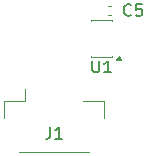
<source format=gbr>
%TF.GenerationSoftware,KiCad,Pcbnew,9.0.5*%
%TF.CreationDate,2025-11-24T08:28:41-05:00*%
%TF.ProjectId,temperature,74656d70-6572-4617-9475-72652e6b6963,rev?*%
%TF.SameCoordinates,Original*%
%TF.FileFunction,Legend,Top*%
%TF.FilePolarity,Positive*%
%FSLAX46Y46*%
G04 Gerber Fmt 4.6, Leading zero omitted, Abs format (unit mm)*
G04 Created by KiCad (PCBNEW 9.0.5) date 2025-11-24 08:28:41*
%MOMM*%
%LPD*%
G01*
G04 APERTURE LIST*
%ADD10C,0.150000*%
%ADD11C,0.120000*%
G04 APERTURE END LIST*
D10*
X109508333Y-81984580D02*
X109460714Y-82032200D01*
X109460714Y-82032200D02*
X109317857Y-82079819D01*
X109317857Y-82079819D02*
X109222619Y-82079819D01*
X109222619Y-82079819D02*
X109079762Y-82032200D01*
X109079762Y-82032200D02*
X108984524Y-81936961D01*
X108984524Y-81936961D02*
X108936905Y-81841723D01*
X108936905Y-81841723D02*
X108889286Y-81651247D01*
X108889286Y-81651247D02*
X108889286Y-81508390D01*
X108889286Y-81508390D02*
X108936905Y-81317914D01*
X108936905Y-81317914D02*
X108984524Y-81222676D01*
X108984524Y-81222676D02*
X109079762Y-81127438D01*
X109079762Y-81127438D02*
X109222619Y-81079819D01*
X109222619Y-81079819D02*
X109317857Y-81079819D01*
X109317857Y-81079819D02*
X109460714Y-81127438D01*
X109460714Y-81127438D02*
X109508333Y-81175057D01*
X110413095Y-81079819D02*
X109936905Y-81079819D01*
X109936905Y-81079819D02*
X109889286Y-81556009D01*
X109889286Y-81556009D02*
X109936905Y-81508390D01*
X109936905Y-81508390D02*
X110032143Y-81460771D01*
X110032143Y-81460771D02*
X110270238Y-81460771D01*
X110270238Y-81460771D02*
X110365476Y-81508390D01*
X110365476Y-81508390D02*
X110413095Y-81556009D01*
X110413095Y-81556009D02*
X110460714Y-81651247D01*
X110460714Y-81651247D02*
X110460714Y-81889342D01*
X110460714Y-81889342D02*
X110413095Y-81984580D01*
X110413095Y-81984580D02*
X110365476Y-82032200D01*
X110365476Y-82032200D02*
X110270238Y-82079819D01*
X110270238Y-82079819D02*
X110032143Y-82079819D01*
X110032143Y-82079819D02*
X109936905Y-82032200D01*
X109936905Y-82032200D02*
X109889286Y-81984580D01*
X106238095Y-85854819D02*
X106238095Y-86664342D01*
X106238095Y-86664342D02*
X106285714Y-86759580D01*
X106285714Y-86759580D02*
X106333333Y-86807200D01*
X106333333Y-86807200D02*
X106428571Y-86854819D01*
X106428571Y-86854819D02*
X106619047Y-86854819D01*
X106619047Y-86854819D02*
X106714285Y-86807200D01*
X106714285Y-86807200D02*
X106761904Y-86759580D01*
X106761904Y-86759580D02*
X106809523Y-86664342D01*
X106809523Y-86664342D02*
X106809523Y-85854819D01*
X107809523Y-86854819D02*
X107238095Y-86854819D01*
X107523809Y-86854819D02*
X107523809Y-85854819D01*
X107523809Y-85854819D02*
X107428571Y-85997676D01*
X107428571Y-85997676D02*
X107333333Y-86092914D01*
X107333333Y-86092914D02*
X107238095Y-86140533D01*
X102666666Y-91454819D02*
X102666666Y-92169104D01*
X102666666Y-92169104D02*
X102619047Y-92311961D01*
X102619047Y-92311961D02*
X102523809Y-92407200D01*
X102523809Y-92407200D02*
X102380952Y-92454819D01*
X102380952Y-92454819D02*
X102285714Y-92454819D01*
X103666666Y-92454819D02*
X103095238Y-92454819D01*
X103380952Y-92454819D02*
X103380952Y-91454819D01*
X103380952Y-91454819D02*
X103285714Y-91597676D01*
X103285714Y-91597676D02*
X103190476Y-91692914D01*
X103190476Y-91692914D02*
X103095238Y-91740533D01*
D11*
%TO.C,C5*%
X107567164Y-81265000D02*
X107782836Y-81265000D01*
X107567164Y-81985000D02*
X107782836Y-81985000D01*
%TO.C,U1*%
X106090000Y-82440000D02*
X107910000Y-82440000D01*
X106090000Y-82490000D02*
X106090000Y-82440000D01*
X106090000Y-85560000D02*
X106090000Y-85510000D01*
X107910000Y-82440000D02*
X107910000Y-82490000D01*
X107910000Y-85510000D02*
X107910000Y-85560000D01*
X107910000Y-85560000D02*
X106090000Y-85560000D01*
X108690000Y-85840000D02*
X108210000Y-85840000D01*
X108450000Y-85510000D01*
X108690000Y-85840000D01*
G36*
X108690000Y-85840000D02*
G01*
X108210000Y-85840000D01*
X108450000Y-85510000D01*
X108690000Y-85840000D01*
G37*
%TO.C,J1*%
X98765000Y-89290000D02*
X100565000Y-89290000D01*
X98765000Y-90740000D02*
X98765000Y-89290000D01*
X100035000Y-93560000D02*
X105965000Y-93560000D01*
X100565000Y-89290000D02*
X100565000Y-88300000D01*
X107235000Y-89290000D02*
X105435000Y-89290000D01*
X107235000Y-90740000D02*
X107235000Y-89290000D01*
%TD*%
M02*

</source>
